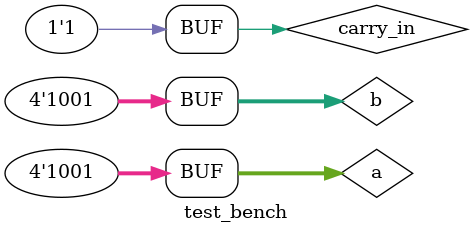
<source format=v>
`timescale 1ns / 1ps
module test_bench;

    reg [3:0] a;
    reg [3:0] b;
    reg carry_in;

    // Outputs
    wire [3:0] sum;
    wire carry;

    // Instantiate the Unit Under Test (UUT)
    bcd_adder uut (
        .a(a), 
        .b(b), 
        .carry_in(carry_in), 
        .sum(sum), 
        .carry(carry)
    );

    initial begin
        // Apply Inputs
        a = 0;  b = 0;  carry_in = 0;   #100;
        a = 6;  b = 9;  carry_in = 0;   #100;
        a = 3;  b = 3;  carry_in = 1;   #100;
        a = 4;  b = 5;  carry_in = 0;   #100;
        a = 8;  b = 2;  carry_in = 0;   #100;
        a = 9;  b = 9;  carry_in = 1;   #100;
    end
endmodule
</source>
